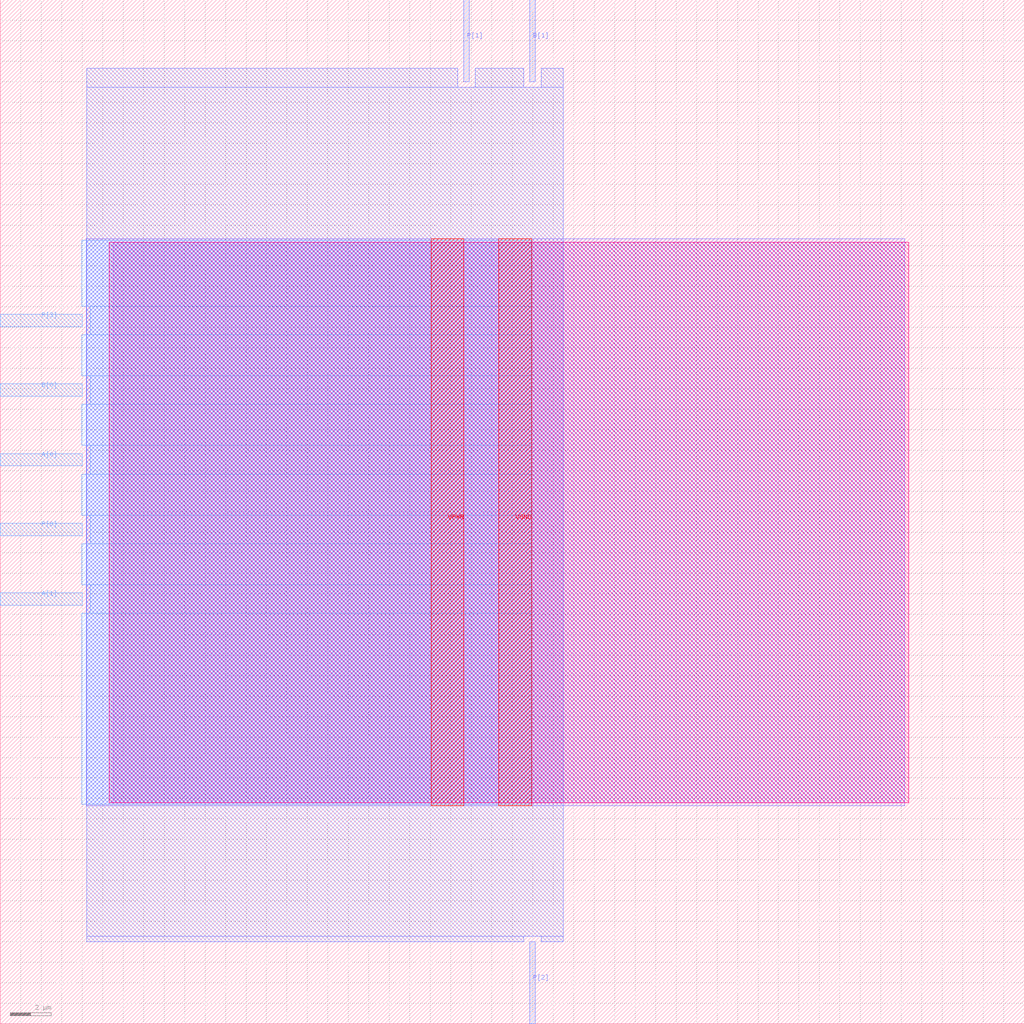
<source format=lef>
VERSION 5.7 ;
  NOWIREEXTENSIONATPIN ON ;
  DIVIDERCHAR "/" ;
  BUSBITCHARS "[]" ;
MACRO SarsaNada_e6
  CLASS BLOCK ;
  FOREIGN SarsaNada_e6 ;
  ORIGIN 0.000 0.000 ;
  SIZE 50.000 BY 50.000 ;
  PIN A[0]
    DIRECTION INPUT ;
    USE SIGNAL ;
    ANTENNAGATEAREA 0.196500 ;
    PORT
      LAYER met3 ;
        RECT 0.000 27.240 4.000 27.840 ;
    END
  END A[0]
  PIN A[1]
    DIRECTION INPUT ;
    USE SIGNAL ;
    ANTENNAGATEAREA 0.196500 ;
    PORT
      LAYER met3 ;
        RECT 0.000 20.440 4.000 21.040 ;
    END
  END A[1]
  PIN B[0]
    DIRECTION INPUT ;
    USE SIGNAL ;
    ANTENNAGATEAREA 0.196500 ;
    PORT
      LAYER met3 ;
        RECT 0.000 30.640 4.000 31.240 ;
    END
  END B[0]
  PIN B[1]
    DIRECTION INPUT ;
    USE SIGNAL ;
    ANTENNAGATEAREA 0.196500 ;
    PORT
      LAYER met2 ;
        RECT 25.850 46.000 26.130 50.000 ;
    END
  END B[1]
  PIN P[0]
    DIRECTION OUTPUT ;
    USE SIGNAL ;
    ANTENNADIFFAREA 0.445500 ;
    PORT
      LAYER met3 ;
        RECT 0.000 23.840 4.000 24.440 ;
    END
  END P[0]
  PIN P[1]
    DIRECTION OUTPUT ;
    USE SIGNAL ;
    ANTENNADIFFAREA 0.445500 ;
    PORT
      LAYER met2 ;
        RECT 22.630 46.000 22.910 50.000 ;
    END
  END P[1]
  PIN P[2]
    DIRECTION OUTPUT ;
    USE SIGNAL ;
    ANTENNADIFFAREA 0.445500 ;
    PORT
      LAYER met2 ;
        RECT 25.850 0.000 26.130 4.000 ;
    END
  END P[2]
  PIN P[3]
    DIRECTION OUTPUT ;
    USE SIGNAL ;
    ANTENNADIFFAREA 0.445500 ;
    PORT
      LAYER met3 ;
        RECT 0.000 34.040 4.000 34.640 ;
    END
  END P[3]
  PIN VGND
    DIRECTION INOUT ;
    USE GROUND ;
    PORT
      LAYER met4 ;
        RECT 24.340 10.640 25.940 38.320 ;
    END
  END VGND
  PIN VPWR
    DIRECTION INOUT ;
    USE POWER ;
    PORT
      LAYER met4 ;
        RECT 21.040 10.640 22.640 38.320 ;
    END
  END VPWR
  OBS
      LAYER nwell ;
        RECT 5.330 10.795 44.350 38.165 ;
      LAYER li1 ;
        RECT 5.520 10.795 44.160 38.165 ;
      LAYER met1 ;
        RECT 4.210 10.640 44.160 38.320 ;
      LAYER met2 ;
        RECT 4.230 45.720 22.350 46.650 ;
        RECT 23.190 45.720 25.570 46.650 ;
        RECT 26.410 45.720 27.500 46.650 ;
        RECT 4.230 4.280 27.500 45.720 ;
        RECT 4.230 4.000 25.570 4.280 ;
        RECT 26.410 4.000 27.500 4.280 ;
      LAYER met3 ;
        RECT 3.990 35.040 25.930 38.245 ;
        RECT 4.400 33.640 25.930 35.040 ;
        RECT 3.990 31.640 25.930 33.640 ;
        RECT 4.400 30.240 25.930 31.640 ;
        RECT 3.990 28.240 25.930 30.240 ;
        RECT 4.400 26.840 25.930 28.240 ;
        RECT 3.990 24.840 25.930 26.840 ;
        RECT 4.400 23.440 25.930 24.840 ;
        RECT 3.990 21.440 25.930 23.440 ;
        RECT 4.400 20.040 25.930 21.440 ;
        RECT 3.990 10.715 25.930 20.040 ;
  END
END SarsaNada_e6
END LIBRARY


</source>
